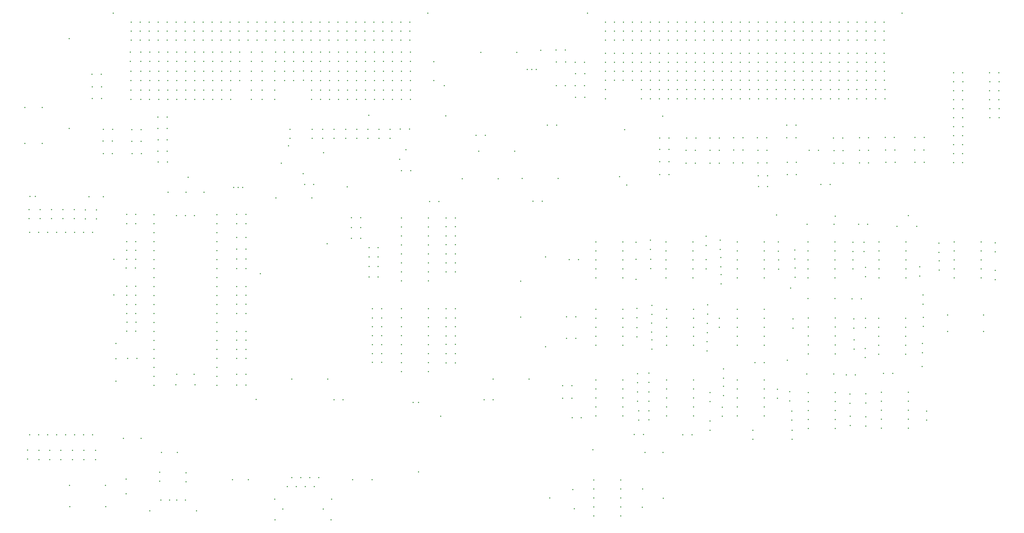
<source format=gbr>
%TF.GenerationSoftware,KiCad,Pcbnew,7.0.5*%
%TF.CreationDate,2023-08-08T11:47:50-04:00*%
%TF.ProjectId,selftest_bd,73656c66-7465-4737-945f-62642e6b6963,1.0*%
%TF.SameCoordinates,Original*%
%TF.FileFunction,Legend,Bot*%
%TF.FilePolarity,Positive*%
%FSLAX46Y46*%
G04 Gerber Fmt 4.6, Leading zero omitted, Abs format (unit mm)*
G04 Created by KiCad (PCBNEW 7.0.5) date 2023-08-08 11:47:50*
%MOMM*%
%LPD*%
G01*
G04 APERTURE LIST*
%ADD10C,0.350000*%
G04 APERTURE END LIST*
D10*
X323850000Y-110300000D03*
X168470000Y-99190000D03*
X161800000Y-89500000D03*
X162750000Y-115200000D03*
X149840000Y-92450000D03*
X195850000Y-70500000D03*
X293750000Y-127750000D03*
X183250000Y-91400000D03*
X257656893Y-174270107D03*
X237850000Y-173500000D03*
X252577600Y-174244000D03*
X151850000Y-87570000D03*
X123500000Y-96450000D03*
X292862000Y-148158200D03*
X306400000Y-107450000D03*
X289800000Y-107150000D03*
X327000000Y-107250000D03*
X329400000Y-110350000D03*
X247450000Y-98650000D03*
X245400000Y-96250000D03*
X156000000Y-95450000D03*
X135509000Y-74393135D03*
X135509000Y-71793135D03*
X289687000Y-61350000D03*
X289687000Y-63950000D03*
X261800000Y-74250000D03*
X261800000Y-71650000D03*
X173609000Y-74393135D03*
X173609000Y-71793135D03*
X168529000Y-69059135D03*
X168529000Y-66459135D03*
X320700000Y-92250000D03*
X323300000Y-92250000D03*
X103064800Y-147767000D03*
X257750500Y-187165000D03*
X139820210Y-147640210D03*
X137220210Y-147640210D03*
X264400000Y-74250000D03*
X264400000Y-71650000D03*
X178689000Y-63640000D03*
X178689000Y-61040000D03*
X284605587Y-61350000D03*
X284605587Y-63950000D03*
X246400000Y-69050000D03*
X246400000Y-66450000D03*
X163449000Y-74393135D03*
X163449000Y-71793135D03*
X196270000Y-79100000D03*
X174610000Y-116360000D03*
X177210000Y-116360000D03*
X207175000Y-159359600D03*
X209715000Y-159359600D03*
X311750000Y-142450000D03*
X311750000Y-145050000D03*
X115006600Y-85852000D03*
X117606600Y-85852000D03*
X254600000Y-135250000D03*
X254600000Y-132650000D03*
X274800000Y-158150000D03*
X274800000Y-155550000D03*
X293500000Y-159650000D03*
X293500000Y-157050000D03*
X177410000Y-85460000D03*
X177410000Y-82860000D03*
X246484422Y-61350000D03*
X246484422Y-63950000D03*
X259191477Y-61350000D03*
X259191477Y-63950000D03*
X140500000Y-181950000D03*
X120421400Y-174269400D03*
X112649000Y-69059135D03*
X112649000Y-66459135D03*
X115189000Y-69059135D03*
X115189000Y-66459135D03*
X289691405Y-66450000D03*
X289691405Y-69050000D03*
X108720210Y-127240210D03*
X106120210Y-127240210D03*
X141351000Y-63640000D03*
X141351000Y-61040000D03*
X227580000Y-63880000D03*
X230180000Y-63880000D03*
X169670000Y-113720000D03*
X172270000Y-113720000D03*
X112600000Y-74393135D03*
X112600000Y-71793135D03*
X81700000Y-108150000D03*
X81700000Y-105550000D03*
X298740000Y-157350000D03*
X298740000Y-159890000D03*
X298740000Y-162430000D03*
X298740000Y-164970000D03*
X298740000Y-167510000D03*
X306360000Y-167510000D03*
X306360000Y-164970000D03*
X306360000Y-162430000D03*
X306360000Y-159890000D03*
X306360000Y-157350000D03*
X117657400Y-92125800D03*
X115057400Y-92125800D03*
X178689000Y-69059135D03*
X178689000Y-66459135D03*
X110100000Y-69059135D03*
X110100000Y-66459135D03*
X315800000Y-85250000D03*
X313200000Y-85250000D03*
X251950500Y-184565000D03*
X256690000Y-63950000D03*
X256690000Y-61350000D03*
X250500000Y-159750000D03*
X250500000Y-157150000D03*
X238700000Y-114750000D03*
X238700000Y-117290000D03*
X238700000Y-119830000D03*
X238700000Y-122370000D03*
X238700000Y-124910000D03*
X246320000Y-124910000D03*
X246320000Y-122370000D03*
X246320000Y-119830000D03*
X246320000Y-117290000D03*
X246320000Y-114750000D03*
X106120210Y-119640210D03*
X108720210Y-119640210D03*
X287280000Y-99060000D03*
X284680000Y-99060000D03*
X176149000Y-63640000D03*
X176149000Y-61040000D03*
X130429000Y-69059135D03*
X130429000Y-66459135D03*
X351601000Y-122810000D03*
X351601000Y-125410000D03*
X94000000Y-173650000D03*
X94000000Y-176250000D03*
X266815710Y-61350000D03*
X266815710Y-63950000D03*
X196430000Y-120620000D03*
X199030000Y-120620000D03*
X174610000Y-118930000D03*
X177210000Y-118930000D03*
X290000000Y-156350000D03*
X290000000Y-158950000D03*
X310007000Y-66450000D03*
X310007000Y-69050000D03*
X279522765Y-61350000D03*
X279522765Y-63950000D03*
X139820210Y-109540210D03*
X137220210Y-109540210D03*
X295400000Y-95650000D03*
X292800000Y-95650000D03*
X196430000Y-118120000D03*
X199030000Y-118120000D03*
X317700000Y-61350000D03*
X317700000Y-63950000D03*
X106120210Y-132440210D03*
X108720210Y-132440210D03*
X298690000Y-130700000D03*
X306310000Y-130700000D03*
X150291800Y-190213400D03*
X161721800Y-190213400D03*
X151561800Y-183863400D03*
X152831800Y-181323400D03*
X154101800Y-183863400D03*
X155371800Y-181323400D03*
X156641800Y-183863400D03*
X157911800Y-181323400D03*
X159181800Y-183863400D03*
X160451800Y-181323400D03*
X147981800Y-187463400D03*
X148091800Y-193263400D03*
X163921800Y-193263400D03*
X164031800Y-187463400D03*
X282064176Y-61350000D03*
X282064176Y-63950000D03*
X186309000Y-63640000D03*
X186309000Y-61040000D03*
X315800000Y-92350000D03*
X313200000Y-92350000D03*
X320217800Y-52595335D03*
X317677800Y-52595335D03*
X315137800Y-52595335D03*
X312597800Y-52595335D03*
X310057800Y-52595335D03*
X307517800Y-52595335D03*
X304977800Y-52595335D03*
X302437800Y-52595335D03*
X299897800Y-52595335D03*
X297357800Y-52595335D03*
X294817800Y-52595335D03*
X292277800Y-52595335D03*
X289737800Y-52595335D03*
X287197800Y-52595335D03*
X284657800Y-52595335D03*
X282117800Y-52595335D03*
X279577800Y-52595335D03*
X277037800Y-52595335D03*
X274497800Y-52595335D03*
X271957800Y-52595335D03*
X269417800Y-52595335D03*
X266877800Y-52595335D03*
X264337800Y-52595335D03*
X261797800Y-52595335D03*
X259257800Y-52595335D03*
X256717800Y-52595335D03*
X254177800Y-52595335D03*
X251637800Y-52595335D03*
X249097800Y-52595335D03*
X246557800Y-52595335D03*
X244017800Y-52595335D03*
X241477800Y-52595335D03*
X320217800Y-55135335D03*
X317677800Y-55135335D03*
X315137800Y-55135335D03*
X312597800Y-55135335D03*
X310057800Y-55135335D03*
X307517800Y-55135335D03*
X304977800Y-55135335D03*
X302437800Y-55135335D03*
X299897800Y-55135335D03*
X297357800Y-55135335D03*
X294817800Y-55135335D03*
X292277800Y-55135335D03*
X289737800Y-55135335D03*
X287197800Y-55135335D03*
X284657800Y-55135335D03*
X282117800Y-55135335D03*
X279577800Y-55135335D03*
X277037800Y-55135335D03*
X274497800Y-55135335D03*
X271957800Y-55135335D03*
X269417800Y-55135335D03*
X266877800Y-55135335D03*
X264337800Y-55135335D03*
X261797800Y-55135335D03*
X259257800Y-55135335D03*
X256717800Y-55135335D03*
X254177800Y-55135335D03*
X251637800Y-55135335D03*
X249097800Y-55135335D03*
X246557800Y-55135335D03*
X244017800Y-55135335D03*
X241477800Y-55135335D03*
X320217800Y-57675335D03*
X317677800Y-57675335D03*
X315137800Y-57675335D03*
X312597800Y-57675335D03*
X310057800Y-57675335D03*
X307517800Y-57675335D03*
X304977800Y-57675335D03*
X302437800Y-57675335D03*
X299897800Y-57675335D03*
X297357800Y-57675335D03*
X294817800Y-57675335D03*
X292277800Y-57675335D03*
X289737800Y-57675335D03*
X287197800Y-57675335D03*
X284657800Y-57675335D03*
X282117800Y-57675335D03*
X279577800Y-57675335D03*
X277037800Y-57675335D03*
X274497800Y-57675335D03*
X271957800Y-57675335D03*
X269417800Y-57675335D03*
X266877800Y-57675335D03*
X264337800Y-57675335D03*
X261797800Y-57675335D03*
X259257800Y-57675335D03*
X256717800Y-57675335D03*
X254177800Y-57675335D03*
X251637800Y-57675335D03*
X249097800Y-57675335D03*
X246557800Y-57675335D03*
X244017800Y-57675335D03*
X241477800Y-57675335D03*
X325297800Y-50055335D03*
X236397800Y-50055335D03*
X254600000Y-142450000D03*
X254600000Y-145050000D03*
X287210000Y-95980000D03*
X284610000Y-95980000D03*
X251567244Y-61350000D03*
X251567244Y-63950000D03*
X135509000Y-63640000D03*
X135509000Y-61040000D03*
X305900000Y-85350000D03*
X308500000Y-85350000D03*
X233019600Y-142000800D03*
X230419600Y-142000800D03*
X302300000Y-66450000D03*
X302300000Y-69050000D03*
X165989000Y-74393135D03*
X165989000Y-71793135D03*
X127889000Y-74393135D03*
X127889000Y-71793135D03*
X174580000Y-78910000D03*
X261732888Y-61350000D03*
X261732888Y-63950000D03*
X350000000Y-74490000D03*
X352600000Y-74490000D03*
X350060000Y-69410000D03*
X352660000Y-69410000D03*
X256700000Y-69050000D03*
X256700000Y-66450000D03*
X99512600Y-89763600D03*
X102112600Y-89763600D03*
X117856000Y-100650000D03*
X223110000Y-60520000D03*
X339780000Y-89730000D03*
X342380000Y-89730000D03*
X183769000Y-74393135D03*
X183769000Y-71793135D03*
X138099800Y-63672200D03*
X138099800Y-61072200D03*
X312950000Y-109700000D03*
X315550000Y-109700000D03*
X299847000Y-66450000D03*
X299847000Y-69050000D03*
X160909000Y-74393135D03*
X160909000Y-71793135D03*
X271000000Y-157300000D03*
X271000000Y-159900000D03*
X181229000Y-74393135D03*
X181229000Y-71793135D03*
X276996930Y-66450000D03*
X276996930Y-69050000D03*
X243991295Y-66450000D03*
X243991295Y-69050000D03*
X132969000Y-69059135D03*
X132969000Y-66459135D03*
X252150400Y-169189400D03*
X249550400Y-169189400D03*
X125349000Y-74393135D03*
X125349000Y-71793135D03*
X299847000Y-61350000D03*
X299847000Y-63950000D03*
X271907000Y-66450000D03*
X271907000Y-69050000D03*
X89940000Y-183550000D03*
X100100000Y-183550000D03*
X350000000Y-71950000D03*
X352600000Y-71950000D03*
X241440000Y-63950000D03*
X241440000Y-61350000D03*
X139820210Y-106940210D03*
X137220210Y-106940210D03*
X108800000Y-137450000D03*
X106200000Y-137450000D03*
X217500000Y-125790000D03*
X217500000Y-135950000D03*
X117729000Y-74393135D03*
X117729000Y-71793135D03*
X339840000Y-82110000D03*
X342440000Y-82110000D03*
X277700000Y-88750000D03*
X280300000Y-88750000D03*
X232890000Y-63920000D03*
X235490000Y-63920000D03*
X264302455Y-66450000D03*
X264302455Y-69050000D03*
X241427000Y-71650000D03*
X241427000Y-74250000D03*
X183810000Y-94600000D03*
X186410000Y-94600000D03*
X88100000Y-108150000D03*
X88100000Y-105550000D03*
X96330000Y-67340000D03*
X98930000Y-67340000D03*
X135509000Y-69059135D03*
X135509000Y-66459135D03*
X130429000Y-63640000D03*
X130429000Y-61040000D03*
X87500000Y-176250000D03*
X87500000Y-173650000D03*
X339840000Y-69410000D03*
X342440000Y-69410000D03*
X175600000Y-138710000D03*
X178200000Y-138710000D03*
X107300000Y-69059135D03*
X107300000Y-66459135D03*
X292700000Y-85250000D03*
X295300000Y-85250000D03*
X168529000Y-63640000D03*
X168529000Y-61040000D03*
X217920000Y-96800000D03*
X228080000Y-96800000D03*
X238160500Y-182075000D03*
X238160500Y-184615000D03*
X238160500Y-187155000D03*
X238160500Y-189695000D03*
X238160500Y-192235000D03*
X245780500Y-192235000D03*
X245780500Y-189695000D03*
X245780500Y-187155000D03*
X245780500Y-184615000D03*
X245780500Y-182075000D03*
X107600000Y-86250000D03*
X110200000Y-86250000D03*
X125349000Y-63640000D03*
X125349000Y-61040000D03*
X246870000Y-82960000D03*
X186182000Y-52595335D03*
X183642000Y-52595335D03*
X181102000Y-52595335D03*
X178562000Y-52595335D03*
X176022000Y-52595335D03*
X173482000Y-52595335D03*
X170942000Y-52595335D03*
X168402000Y-52595335D03*
X165862000Y-52595335D03*
X163322000Y-52595335D03*
X160782000Y-52595335D03*
X158242000Y-52595335D03*
X155702000Y-52595335D03*
X153162000Y-52595335D03*
X150622000Y-52595335D03*
X148082000Y-52595335D03*
X145542000Y-52595335D03*
X143002000Y-52595335D03*
X140462000Y-52595335D03*
X137922000Y-52595335D03*
X135382000Y-52595335D03*
X132842000Y-52595335D03*
X130302000Y-52595335D03*
X127762000Y-52595335D03*
X125222000Y-52595335D03*
X122682000Y-52595335D03*
X120142000Y-52595335D03*
X117602000Y-52595335D03*
X115062000Y-52595335D03*
X112522000Y-52595335D03*
X109982000Y-52595335D03*
X107442000Y-52595335D03*
X186182000Y-55135335D03*
X183642000Y-55135335D03*
X181102000Y-55135335D03*
X178562000Y-55135335D03*
X176022000Y-55135335D03*
X173482000Y-55135335D03*
X170942000Y-55135335D03*
X168402000Y-55135335D03*
X165862000Y-55135335D03*
X163322000Y-55135335D03*
X160782000Y-55135335D03*
X158242000Y-55135335D03*
X155702000Y-55135335D03*
X153162000Y-55135335D03*
X150622000Y-55135335D03*
X148082000Y-55135335D03*
X145542000Y-55135335D03*
X143002000Y-55135335D03*
X140462000Y-55135335D03*
X137922000Y-55135335D03*
X135382000Y-55135335D03*
X132842000Y-55135335D03*
X130302000Y-55135335D03*
X127762000Y-55135335D03*
X125222000Y-55135335D03*
X122682000Y-55135335D03*
X120142000Y-55135335D03*
X117602000Y-55135335D03*
X115062000Y-55135335D03*
X112522000Y-55135335D03*
X109982000Y-55135335D03*
X107442000Y-55135335D03*
X186182000Y-57675335D03*
X183642000Y-57675335D03*
X181102000Y-57675335D03*
X178562000Y-57675335D03*
X176022000Y-57675335D03*
X173482000Y-57675335D03*
X170942000Y-57675335D03*
X168402000Y-57675335D03*
X165862000Y-57675335D03*
X163322000Y-57675335D03*
X160782000Y-57675335D03*
X158242000Y-57675335D03*
X155702000Y-57675335D03*
X153162000Y-57675335D03*
X150622000Y-57675335D03*
X148082000Y-57675335D03*
X145542000Y-57675335D03*
X143002000Y-57675335D03*
X140462000Y-57675335D03*
X137922000Y-57675335D03*
X135382000Y-57675335D03*
X132842000Y-57675335D03*
X130302000Y-57675335D03*
X127762000Y-57675335D03*
X125222000Y-57675335D03*
X122682000Y-57675335D03*
X120142000Y-57675335D03*
X117602000Y-57675335D03*
X115062000Y-57675335D03*
X112522000Y-57675335D03*
X109982000Y-57675335D03*
X107442000Y-57675335D03*
X191262000Y-50055335D03*
X102362000Y-50055335D03*
X103064800Y-154066200D03*
X298750000Y-136200000D03*
X298750000Y-138740000D03*
X298750000Y-141280000D03*
X298750000Y-143820000D03*
X298750000Y-146360000D03*
X306370000Y-146360000D03*
X306370000Y-143820000D03*
X306370000Y-141280000D03*
X306370000Y-138740000D03*
X306370000Y-136200000D03*
X274439943Y-61350000D03*
X274439943Y-63950000D03*
X320500000Y-85150000D03*
X323100000Y-85150000D03*
X284613615Y-66450000D03*
X284613615Y-69050000D03*
X159000000Y-98450000D03*
X156400000Y-98450000D03*
X253700000Y-154450000D03*
X253700000Y-151850000D03*
X294450000Y-136500000D03*
X294450000Y-139100000D03*
X312600000Y-66450000D03*
X312600000Y-69050000D03*
X132969000Y-74393135D03*
X132969000Y-71793135D03*
X310600000Y-166650000D03*
X310600000Y-164050000D03*
X114955800Y-79451200D03*
X117555800Y-79451200D03*
X117581200Y-89077800D03*
X114981200Y-89077800D03*
X315200000Y-66450000D03*
X315200000Y-69050000D03*
X183800000Y-107930000D03*
X183800000Y-110470000D03*
X183800000Y-113010000D03*
X183800000Y-115550000D03*
X183800000Y-118090000D03*
X183800000Y-120630000D03*
X183800000Y-123170000D03*
X183800000Y-125710000D03*
X191420000Y-125710000D03*
X191420000Y-123170000D03*
X191420000Y-120630000D03*
X191420000Y-118090000D03*
X191420000Y-115550000D03*
X191420000Y-113010000D03*
X191420000Y-110470000D03*
X191420000Y-107930000D03*
X271000000Y-165350000D03*
X271000000Y-167950000D03*
X139820210Y-134940210D03*
X137220210Y-134940210D03*
X304880000Y-61350000D03*
X304880000Y-63950000D03*
X106120210Y-106940210D03*
X108720210Y-106940210D03*
X78797401Y-101900000D03*
X80297401Y-101900000D03*
X183800000Y-133610000D03*
X183800000Y-136150000D03*
X183800000Y-138690000D03*
X183800000Y-141230000D03*
X183800000Y-143770000D03*
X183800000Y-146310000D03*
X183800000Y-148850000D03*
X183800000Y-151390000D03*
X191420000Y-151390000D03*
X191420000Y-148850000D03*
X191420000Y-146310000D03*
X191420000Y-143770000D03*
X191420000Y-141230000D03*
X191420000Y-138690000D03*
X191420000Y-136150000D03*
X191420000Y-133610000D03*
X105181400Y-170271400D03*
X110181400Y-170271400D03*
X127889000Y-69059135D03*
X127889000Y-66459135D03*
X250300000Y-136150000D03*
X250300000Y-133550000D03*
X196400000Y-138710000D03*
X199000000Y-138710000D03*
X277600000Y-92350000D03*
X280200000Y-92350000D03*
X139820210Y-145140210D03*
X137220210Y-145140210D03*
X147955000Y-69059135D03*
X147955000Y-66459135D03*
X103064800Y-143449000D03*
X295400000Y-92250000D03*
X292800000Y-92250000D03*
X314500000Y-114850000D03*
X314500000Y-117450000D03*
X270100000Y-145550000D03*
X270100000Y-142950000D03*
X317800000Y-66450000D03*
X317800000Y-69050000D03*
X287100000Y-92350000D03*
X284500000Y-92350000D03*
X311340000Y-122370000D03*
X311340000Y-119770000D03*
X139820210Y-129840210D03*
X137220210Y-129840210D03*
X310100000Y-74250000D03*
X310100000Y-71650000D03*
X319380000Y-157220000D03*
X319380000Y-159760000D03*
X319380000Y-162300000D03*
X319380000Y-164840000D03*
X319380000Y-167380000D03*
X327000000Y-167380000D03*
X327000000Y-164840000D03*
X327000000Y-162300000D03*
X327000000Y-159760000D03*
X327000000Y-157220000D03*
X279535825Y-66450000D03*
X279535825Y-69050000D03*
X183769000Y-63640000D03*
X183769000Y-61040000D03*
X297308090Y-66450000D03*
X297308090Y-69050000D03*
X77393800Y-76733400D03*
X77393800Y-86893400D03*
X196430000Y-123220000D03*
X199030000Y-123220000D03*
X107300000Y-74393135D03*
X107300000Y-71793135D03*
X286300000Y-148850000D03*
X283700000Y-148850000D03*
X294140000Y-162550000D03*
X294140000Y-165150000D03*
X207450000Y-84600000D03*
X204850000Y-84600000D03*
X139820210Y-140040210D03*
X137220210Y-140040210D03*
X107600000Y-82950000D03*
X110200000Y-82950000D03*
X89865200Y-82626200D03*
X89865200Y-57226200D03*
X266827000Y-71650000D03*
X266827000Y-74250000D03*
X310000000Y-61350000D03*
X310000000Y-63950000D03*
X176149000Y-74393135D03*
X176149000Y-71793135D03*
X196400000Y-133610000D03*
X199000000Y-133610000D03*
X254100000Y-116850000D03*
X254100000Y-114250000D03*
X78100000Y-176150000D03*
X78100000Y-173550000D03*
X141351000Y-74393135D03*
X141351000Y-71793135D03*
X233800000Y-119750000D03*
X231200000Y-119750000D03*
X114955800Y-82626200D03*
X117555800Y-82626200D03*
X127889000Y-63640000D03*
X127889000Y-61040000D03*
X175600000Y-143810000D03*
X178200000Y-143810000D03*
X175600000Y-148810000D03*
X178200000Y-148810000D03*
X287147000Y-61350000D03*
X287147000Y-63950000D03*
X264200000Y-92450000D03*
X266800000Y-92450000D03*
X102060000Y-86160000D03*
X99460000Y-86160000D03*
X196400000Y-141310000D03*
X199000000Y-141310000D03*
X94500000Y-108250000D03*
X94500000Y-105650000D03*
X115189000Y-63640000D03*
X115189000Y-61040000D03*
X192900000Y-63730000D03*
X278700000Y-114750000D03*
X278700000Y-117290000D03*
X278700000Y-119830000D03*
X278700000Y-122370000D03*
X278700000Y-124910000D03*
X286320000Y-124910000D03*
X286320000Y-122370000D03*
X286320000Y-119830000D03*
X286320000Y-117290000D03*
X286320000Y-114750000D03*
X150749000Y-69059135D03*
X150749000Y-66459135D03*
X158369000Y-69059135D03*
X158369000Y-66459135D03*
X256800000Y-85350000D03*
X259400000Y-85350000D03*
X235570000Y-73840000D03*
X232970000Y-73840000D03*
X335750000Y-122660000D03*
X335750000Y-120060000D03*
X318630000Y-136360000D03*
X318630000Y-138900000D03*
X318630000Y-141440000D03*
X318630000Y-143980000D03*
X318630000Y-146520000D03*
X326250000Y-146520000D03*
X326250000Y-143980000D03*
X326250000Y-141440000D03*
X326250000Y-138900000D03*
X326250000Y-136360000D03*
X161550000Y-85460000D03*
X161550000Y-82860000D03*
X110109000Y-63640000D03*
X110109000Y-61040000D03*
X229350000Y-155400000D03*
X231950000Y-155400000D03*
X220950000Y-103225600D03*
X223550000Y-103225600D03*
X256700000Y-74250000D03*
X256700000Y-71650000D03*
X297400000Y-71650000D03*
X297400000Y-74250000D03*
X84900000Y-108150000D03*
X84900000Y-105550000D03*
X320200000Y-61350000D03*
X320200000Y-63950000D03*
X139820210Y-119540210D03*
X137220210Y-119540210D03*
X284734000Y-71650000D03*
X284734000Y-74250000D03*
X106000000Y-185950000D03*
X317800000Y-71650000D03*
X317800000Y-74250000D03*
X96430000Y-70910000D03*
X99030000Y-70910000D03*
X298700000Y-114750000D03*
X298700000Y-117290000D03*
X298700000Y-119830000D03*
X298700000Y-122370000D03*
X298700000Y-124910000D03*
X306320000Y-124910000D03*
X306320000Y-122370000D03*
X306320000Y-119830000D03*
X306320000Y-117290000D03*
X306320000Y-114750000D03*
X139820210Y-142540210D03*
X137220210Y-142540210D03*
X318700000Y-114750000D03*
X318700000Y-117290000D03*
X318700000Y-119830000D03*
X318700000Y-122370000D03*
X318700000Y-124910000D03*
X326320000Y-124910000D03*
X326320000Y-122370000D03*
X326320000Y-119830000D03*
X326320000Y-117290000D03*
X326320000Y-114750000D03*
X290400000Y-119800000D03*
X290400000Y-122400000D03*
X170000000Y-181950000D03*
X299000000Y-88850000D03*
X301600000Y-88850000D03*
X171069000Y-74393135D03*
X171069000Y-71793135D03*
X144399000Y-69059135D03*
X144399000Y-66459135D03*
X258500000Y-114750000D03*
X258500000Y-117290000D03*
X258500000Y-119830000D03*
X258500000Y-122370000D03*
X258500000Y-124910000D03*
X266120000Y-124910000D03*
X266120000Y-122370000D03*
X266120000Y-119830000D03*
X266120000Y-117290000D03*
X266120000Y-114750000D03*
X274458035Y-66450000D03*
X274458035Y-69050000D03*
X339780000Y-79570000D03*
X342380000Y-79570000D03*
X278700000Y-133750000D03*
X278700000Y-136290000D03*
X278700000Y-138830000D03*
X278700000Y-141370000D03*
X278700000Y-143910000D03*
X286320000Y-143910000D03*
X286320000Y-141370000D03*
X286320000Y-138830000D03*
X286320000Y-136290000D03*
X286320000Y-133750000D03*
X175600000Y-146310000D03*
X178200000Y-146310000D03*
X315200000Y-61350000D03*
X315200000Y-63950000D03*
X158369000Y-74393135D03*
X158369000Y-71793135D03*
X175470000Y-181950000D03*
X230070000Y-60490000D03*
X227470000Y-60490000D03*
X322610000Y-151892000D03*
X320010000Y-151892000D03*
X216380000Y-61100000D03*
X206220000Y-61100000D03*
X227530000Y-70540000D03*
X230130000Y-70540000D03*
X188600000Y-179750000D03*
X269900000Y-119750000D03*
X269900000Y-122350000D03*
X287200000Y-71650000D03*
X287200000Y-74250000D03*
X254500000Y-140250000D03*
X254500000Y-137650000D03*
X249100000Y-69050000D03*
X249100000Y-66450000D03*
X312600000Y-61350000D03*
X312600000Y-63950000D03*
X282194000Y-71650000D03*
X282194000Y-74250000D03*
X350000000Y-66870000D03*
X352600000Y-66870000D03*
X125349000Y-69059135D03*
X125349000Y-66459135D03*
X138870000Y-99340000D03*
X137600000Y-99340000D03*
X136330000Y-99340000D03*
X139800000Y-116800000D03*
X137200000Y-116800000D03*
X339840000Y-77030000D03*
X342440000Y-77030000D03*
X122900000Y-182570000D03*
X122900000Y-179970000D03*
X302400000Y-61350000D03*
X302400000Y-63950000D03*
X171069000Y-63640000D03*
X171069000Y-61040000D03*
X153289000Y-63640000D03*
X153289000Y-61040000D03*
X250100000Y-119650000D03*
X235590000Y-67180000D03*
X232990000Y-67180000D03*
X270350000Y-132550000D03*
X270350000Y-135150000D03*
X331400000Y-88750000D03*
X328800000Y-88750000D03*
X251587000Y-71650000D03*
X251587000Y-74250000D03*
X97300000Y-173650000D03*
X97300000Y-176250000D03*
X253700000Y-157150000D03*
X253700000Y-159750000D03*
X152260000Y-85460000D03*
X152260000Y-82860000D03*
X309490000Y-152350000D03*
X312090000Y-152350000D03*
X156083000Y-69010800D03*
X156083000Y-66410800D03*
X107200000Y-63640000D03*
X107200000Y-61040000D03*
X175600000Y-136210000D03*
X178200000Y-136210000D03*
X259230000Y-74250000D03*
X259230000Y-71650000D03*
X112649000Y-63640000D03*
X112649000Y-61040000D03*
X283100000Y-167950000D03*
X283100000Y-170550000D03*
X292227000Y-61350000D03*
X292227000Y-63950000D03*
X215780000Y-89050000D03*
X205620000Y-89050000D03*
X250350000Y-141550000D03*
X250350000Y-138950000D03*
X139820210Y-152170000D03*
X137220210Y-152170000D03*
X164710000Y-85460000D03*
X164710000Y-82860000D03*
X282074720Y-66450000D03*
X282074720Y-69050000D03*
X254146875Y-66450000D03*
X254146875Y-69050000D03*
X106000000Y-122140210D03*
X108600000Y-122140210D03*
X122809000Y-69059135D03*
X122809000Y-66459135D03*
X115470000Y-182410000D03*
X115470000Y-179810000D03*
X138049000Y-69059135D03*
X138049000Y-66459135D03*
X194843400Y-164033200D03*
X209651600Y-153543000D03*
X219811600Y-153543000D03*
X221870000Y-65940000D03*
X220600000Y-65940000D03*
X219330000Y-65940000D03*
X191744600Y-103301800D03*
X194344600Y-103301800D03*
X181229000Y-63640000D03*
X181229000Y-61040000D03*
X173609000Y-69059135D03*
X173609000Y-66459135D03*
X298340000Y-152050000D03*
X305960000Y-152050000D03*
X196400000Y-136210000D03*
X199000000Y-136210000D03*
X307400000Y-74250000D03*
X307400000Y-71650000D03*
X174610000Y-124630000D03*
X177210000Y-124630000D03*
X307500000Y-66450000D03*
X307500000Y-69050000D03*
X254108655Y-61350000D03*
X254108655Y-63950000D03*
X269900000Y-113150000D03*
X269900000Y-115750000D03*
X315000000Y-166800000D03*
X315000000Y-164200000D03*
X196400000Y-143710000D03*
X199000000Y-143710000D03*
X294769195Y-66450000D03*
X294769195Y-69050000D03*
X351550000Y-117560000D03*
X351550000Y-114960000D03*
X115760000Y-187740000D03*
X118260000Y-187740000D03*
X120260000Y-187740000D03*
X122760000Y-187740000D03*
X112690000Y-190740000D03*
X125830000Y-190740000D03*
X169670000Y-110660000D03*
X172270000Y-110660000D03*
X266841350Y-66450000D03*
X266841350Y-69050000D03*
X78740000Y-112030000D03*
X81280000Y-112030000D03*
X83820000Y-112030000D03*
X86360000Y-112030000D03*
X88900000Y-112030000D03*
X91440000Y-112030000D03*
X93980000Y-112030000D03*
X96520000Y-112030000D03*
X232920000Y-70540000D03*
X235520000Y-70540000D03*
X277700000Y-85250000D03*
X280300000Y-85250000D03*
X91300000Y-108150000D03*
X91300000Y-105550000D03*
X150749000Y-63640000D03*
X150749000Y-61040000D03*
X250100000Y-125350000D03*
X120269000Y-69059135D03*
X120269000Y-66459135D03*
X331500000Y-92250000D03*
X328900000Y-92250000D03*
X180530000Y-85460000D03*
X180530000Y-82860000D03*
X120269000Y-63640000D03*
X120269000Y-61040000D03*
X289687000Y-71650000D03*
X289687000Y-74250000D03*
X264400000Y-85350000D03*
X267000000Y-85350000D03*
X232650500Y-190165000D03*
X97600000Y-108250000D03*
X97600000Y-105650000D03*
X273640000Y-136280000D03*
X273640000Y-138880000D03*
X186034200Y-82854800D03*
X183434200Y-82854800D03*
X339780000Y-92270000D03*
X342380000Y-92270000D03*
X238700000Y-133750000D03*
X238700000Y-136290000D03*
X238700000Y-138830000D03*
X238700000Y-141370000D03*
X238700000Y-143910000D03*
X246320000Y-143910000D03*
X246320000Y-141370000D03*
X246320000Y-138830000D03*
X246320000Y-136290000D03*
X246320000Y-133750000D03*
X175600000Y-141210000D03*
X178200000Y-141210000D03*
X196430000Y-113020000D03*
X199030000Y-113020000D03*
X106120210Y-139940210D03*
X108720210Y-139940210D03*
X273600000Y-92450000D03*
X271000000Y-92450000D03*
X139820210Y-132340210D03*
X137220210Y-132340210D03*
X158540000Y-85460000D03*
X158540000Y-82860000D03*
X320400000Y-71650000D03*
X320400000Y-74250000D03*
X297307000Y-61350000D03*
X297307000Y-63950000D03*
X311379000Y-117400000D03*
X311379000Y-114800000D03*
X306000000Y-88950000D03*
X308600000Y-88950000D03*
X183769000Y-69059135D03*
X183769000Y-66459135D03*
X311150000Y-130800000D03*
X313750000Y-130800000D03*
X139820210Y-155240210D03*
X137220210Y-155240210D03*
X232250500Y-184765000D03*
X271907000Y-71650000D03*
X271907000Y-74250000D03*
X299900000Y-71650000D03*
X299900000Y-74250000D03*
X163449000Y-63640000D03*
X163449000Y-61040000D03*
X175600000Y-133610000D03*
X178200000Y-133610000D03*
X269367000Y-71650000D03*
X269367000Y-74250000D03*
X196430000Y-115520000D03*
X199030000Y-115520000D03*
X95500000Y-101950000D03*
X106120210Y-117140210D03*
X108720210Y-117140210D03*
X122809000Y-74393135D03*
X122809000Y-71793135D03*
X238700000Y-153750000D03*
X238700000Y-156290000D03*
X238700000Y-158830000D03*
X238700000Y-161370000D03*
X238700000Y-163910000D03*
X246320000Y-163910000D03*
X246320000Y-161370000D03*
X246320000Y-158830000D03*
X246320000Y-156290000D03*
X246320000Y-153750000D03*
X81300000Y-176250000D03*
X81300000Y-173650000D03*
X276987000Y-71650000D03*
X276987000Y-74250000D03*
X128016000Y-100650000D03*
X187100000Y-160150000D03*
X188600000Y-160150000D03*
X122936000Y-100650000D03*
X84400000Y-176250000D03*
X84400000Y-173650000D03*
X340000000Y-114750000D03*
X340000000Y-117290000D03*
X340000000Y-119830000D03*
X340000000Y-122370000D03*
X340000000Y-124910000D03*
X347620000Y-124910000D03*
X347620000Y-122370000D03*
X347620000Y-119830000D03*
X347620000Y-117290000D03*
X347620000Y-114750000D03*
X259400000Y-95650000D03*
X256800000Y-95650000D03*
X133100000Y-63640000D03*
X133100000Y-61040000D03*
X136050000Y-181950000D03*
X200990000Y-96870000D03*
X211150000Y-96870000D03*
X339780000Y-74490000D03*
X342380000Y-74490000D03*
X302300000Y-98450000D03*
X304900000Y-98450000D03*
X251850500Y-189765000D03*
X115189000Y-74393135D03*
X115189000Y-71793135D03*
X348280000Y-135400000D03*
X338120000Y-135400000D03*
X287000000Y-85250000D03*
X284400000Y-85250000D03*
X169670000Y-107840000D03*
X172270000Y-107840000D03*
X165989000Y-69059135D03*
X165989000Y-66459135D03*
X153289000Y-69059135D03*
X153289000Y-66459135D03*
X196400000Y-148910000D03*
X199000000Y-148910000D03*
X306000000Y-92450000D03*
X308600000Y-92450000D03*
X339780000Y-87190000D03*
X342380000Y-87190000D03*
X279527000Y-71650000D03*
X279527000Y-74250000D03*
X156083000Y-63640000D03*
X156083000Y-61040000D03*
X292700000Y-81750000D03*
X295300000Y-81750000D03*
X168046664Y-85460000D03*
X168046664Y-82860000D03*
X302300000Y-71650000D03*
X302300000Y-74250000D03*
X90800000Y-176250000D03*
X90800000Y-173650000D03*
X350060000Y-77030000D03*
X352660000Y-77030000D03*
X254200000Y-122250000D03*
X254200000Y-119650000D03*
X294190000Y-167950000D03*
X294190000Y-170550000D03*
X294940000Y-116990000D03*
X294940000Y-119590000D03*
X196400000Y-146310000D03*
X199000000Y-146310000D03*
X106120210Y-134940000D03*
X108720210Y-134940000D03*
X185013600Y-88696800D03*
X110100000Y-74393135D03*
X110100000Y-71793135D03*
X274800000Y-153250000D03*
X274800000Y-150650000D03*
X107700000Y-89750000D03*
X110300000Y-89750000D03*
X330250000Y-124400000D03*
X330250000Y-121800000D03*
X160909000Y-69059135D03*
X160909000Y-66459135D03*
X231950000Y-158900000D03*
X229350000Y-158900000D03*
X115951000Y-174269400D03*
X99500000Y-101950000D03*
X258700000Y-133750000D03*
X258700000Y-136290000D03*
X258700000Y-138830000D03*
X258700000Y-141370000D03*
X258700000Y-143910000D03*
X266320000Y-143910000D03*
X266320000Y-141370000D03*
X266320000Y-138830000D03*
X266320000Y-136290000D03*
X266320000Y-133750000D03*
X264274299Y-61350000D03*
X264274299Y-63950000D03*
X168529000Y-74393135D03*
X168529000Y-71793135D03*
X106000000Y-181750000D03*
X233019600Y-135940800D03*
X230419600Y-135940800D03*
X294900000Y-74250000D03*
X294900000Y-71650000D03*
X148340000Y-102300000D03*
X158500000Y-102300000D03*
X106120210Y-114640210D03*
X108720210Y-114640210D03*
X117729000Y-63640000D03*
X117729000Y-61040000D03*
X186309000Y-74393135D03*
X186309000Y-71793135D03*
X165989000Y-63640000D03*
X165989000Y-61040000D03*
X254127000Y-71650000D03*
X254127000Y-74250000D03*
X227600000Y-81750000D03*
X225000000Y-81750000D03*
X158369000Y-63640000D03*
X158369000Y-61040000D03*
X82245200Y-76733400D03*
X82245200Y-86893400D03*
X259224665Y-66450000D03*
X259224665Y-69050000D03*
X171190000Y-85460000D03*
X171190000Y-82860000D03*
X250100000Y-114850000D03*
X315050000Y-160250000D03*
X315050000Y-157650000D03*
X102539800Y-119623800D03*
X196430000Y-107920000D03*
X199030000Y-107920000D03*
X147955000Y-74393135D03*
X147955000Y-71793135D03*
X311650000Y-139100000D03*
X311650000Y-136500000D03*
X274500000Y-74250000D03*
X274500000Y-71650000D03*
X117729000Y-69059135D03*
X117729000Y-66459135D03*
X176149000Y-69059135D03*
X176149000Y-66459135D03*
X130429000Y-74393135D03*
X130429000Y-71793135D03*
X273600000Y-88850000D03*
X271000000Y-88850000D03*
X102539800Y-129733000D03*
X250860500Y-165075000D03*
X250860500Y-162475000D03*
X310540000Y-160350000D03*
X310540000Y-157750000D03*
X315200000Y-71650000D03*
X315200000Y-74250000D03*
X350060000Y-79570000D03*
X352660000Y-79570000D03*
X258700000Y-153750000D03*
X258700000Y-156290000D03*
X258700000Y-158830000D03*
X258700000Y-161370000D03*
X258700000Y-163910000D03*
X266320000Y-163910000D03*
X266320000Y-161370000D03*
X266320000Y-158830000D03*
X266320000Y-156290000D03*
X266320000Y-153750000D03*
X192900000Y-69070000D03*
X331030000Y-143460000D03*
X331030000Y-146060000D03*
X142722600Y-159232600D03*
X263300000Y-169250000D03*
X265900000Y-169250000D03*
X330962000Y-149987000D03*
X139820210Y-122240210D03*
X137220210Y-122240210D03*
X269380245Y-66450000D03*
X269380245Y-69050000D03*
X186309000Y-69059135D03*
X186309000Y-66459135D03*
X173609000Y-63640000D03*
X173609000Y-61040000D03*
X274100000Y-126550000D03*
X274100000Y-123950000D03*
X144399000Y-74393135D03*
X144399000Y-71793135D03*
X298440000Y-109750000D03*
X306060000Y-109750000D03*
X320300000Y-66450000D03*
X320300000Y-69050000D03*
X292230300Y-66450000D03*
X292230300Y-69050000D03*
X290300000Y-114750000D03*
X290300000Y-117350000D03*
X331300000Y-138650000D03*
X331300000Y-136050000D03*
X139820210Y-127340210D03*
X137220210Y-127340210D03*
X339780000Y-66870000D03*
X342380000Y-66870000D03*
X257650000Y-79140000D03*
X305000000Y-71650000D03*
X305000000Y-74250000D03*
X314930000Y-138950000D03*
X314930000Y-136350000D03*
X144399000Y-63640000D03*
X144399000Y-61040000D03*
X139820210Y-113450000D03*
X137220210Y-113450000D03*
X109020210Y-147640210D03*
X106420210Y-147640210D03*
X163449000Y-69059135D03*
X163449000Y-66459135D03*
X274500000Y-161450000D03*
X274500000Y-164050000D03*
X141351000Y-69059135D03*
X141351000Y-66459135D03*
X287100000Y-88850000D03*
X284500000Y-88850000D03*
X348330000Y-140050000D03*
X338170000Y-140050000D03*
X225700000Y-187150000D03*
X243970000Y-63950000D03*
X243970000Y-61350000D03*
X106120210Y-109540210D03*
X108720210Y-109540210D03*
X332200000Y-165150000D03*
X332200000Y-162550000D03*
X339780000Y-71950000D03*
X342380000Y-71950000D03*
X315800000Y-88850000D03*
X313200000Y-88850000D03*
X307488166Y-61350000D03*
X307488166Y-63950000D03*
X249025833Y-61350000D03*
X249025833Y-63950000D03*
X273900000Y-114250000D03*
X273900000Y-116850000D03*
X314850000Y-144850000D03*
X314850000Y-147450000D03*
X264200000Y-88850000D03*
X266800000Y-88850000D03*
X120269000Y-74393135D03*
X120269000Y-71793135D03*
X331200000Y-129750000D03*
X331200000Y-132350000D03*
X102130000Y-82880000D03*
X99530000Y-82880000D03*
X96430000Y-74160000D03*
X99030000Y-74160000D03*
X174300000Y-85460000D03*
X174300000Y-82860000D03*
X287152510Y-66450000D03*
X287152510Y-69050000D03*
X256800000Y-88550000D03*
X259400000Y-88550000D03*
X271898532Y-61350000D03*
X271898532Y-63950000D03*
X174610000Y-121710000D03*
X177210000Y-121710000D03*
X196430000Y-110420000D03*
X199030000Y-110420000D03*
X125470000Y-155160000D03*
X125170000Y-152130000D03*
X120320000Y-152130000D03*
X120020000Y-155160000D03*
X131635000Y-155290000D03*
X131635000Y-152750000D03*
X131635000Y-150210000D03*
X131635000Y-147670000D03*
X131635000Y-145130000D03*
X131635000Y-142590000D03*
X131635000Y-140050000D03*
X131635000Y-137510000D03*
X131635000Y-134970000D03*
X131635000Y-132430000D03*
X131635000Y-129890000D03*
X131635000Y-127350000D03*
X131635000Y-124810000D03*
X131635000Y-122270000D03*
X131635000Y-119730000D03*
X131635000Y-117190000D03*
X131635000Y-114650000D03*
X131635000Y-112110000D03*
X131635000Y-109570000D03*
X131635000Y-107030000D03*
X113855000Y-107030000D03*
X113855000Y-109570000D03*
X113855000Y-112110000D03*
X113855000Y-114650000D03*
X113855000Y-117190000D03*
X113855000Y-119730000D03*
X113855000Y-122270000D03*
X113855000Y-124810000D03*
X113855000Y-127350000D03*
X113855000Y-129890000D03*
X113855000Y-132430000D03*
X113855000Y-134970000D03*
X113855000Y-137510000D03*
X113855000Y-140050000D03*
X113855000Y-142590000D03*
X113855000Y-145130000D03*
X113855000Y-147670000D03*
X113855000Y-150210000D03*
X113855000Y-152750000D03*
X113855000Y-155290000D03*
X125285000Y-107260000D03*
X122745000Y-107260000D03*
X120205000Y-107260000D03*
X320600000Y-88750000D03*
X323200000Y-88750000D03*
X160909000Y-63640000D03*
X160909000Y-61040000D03*
X314900000Y-124550000D03*
X314900000Y-121950000D03*
X259400000Y-92050000D03*
X256800000Y-92050000D03*
X232000000Y-164450000D03*
X234600000Y-164450000D03*
X181229000Y-69059135D03*
X181229000Y-66459135D03*
X335700000Y-117660000D03*
X335700000Y-115060000D03*
X122809000Y-63640000D03*
X122809000Y-61040000D03*
X273600000Y-85350000D03*
X271000000Y-85350000D03*
X278700000Y-153750000D03*
X278700000Y-156290000D03*
X278700000Y-158830000D03*
X278700000Y-161370000D03*
X278700000Y-163910000D03*
X286320000Y-163910000D03*
X286320000Y-161370000D03*
X286320000Y-158830000D03*
X286320000Y-156290000D03*
X286320000Y-153750000D03*
X253700000Y-162450000D03*
X253700000Y-165050000D03*
X224500000Y-118950000D03*
X224500000Y-144350000D03*
X294767000Y-61350000D03*
X294767000Y-63950000D03*
X276981354Y-61350000D03*
X276981354Y-63950000D03*
X250500000Y-151950000D03*
X250500000Y-154550000D03*
X274000000Y-121750000D03*
X274000000Y-119150000D03*
X269357121Y-61350000D03*
X269357121Y-63950000D03*
X295000000Y-122110000D03*
X295000000Y-124710000D03*
X148209000Y-63640000D03*
X148209000Y-61040000D03*
X331500000Y-85150000D03*
X328900000Y-85150000D03*
X261763560Y-66450000D03*
X261763560Y-69050000D03*
X251607980Y-66450000D03*
X251607980Y-69050000D03*
X164744400Y-159359600D03*
X167284400Y-159359600D03*
X162991800Y-153543000D03*
X152831800Y-153543000D03*
X143900000Y-123700000D03*
X241452400Y-66450000D03*
X241452400Y-69050000D03*
X78500000Y-108150000D03*
X78500000Y-105550000D03*
X339780000Y-84650000D03*
X342380000Y-84650000D03*
X312500000Y-71650000D03*
X312500000Y-74250000D03*
X304900000Y-66450000D03*
X304900000Y-69050000D03*
X270250000Y-137750000D03*
X270250000Y-140350000D03*
X292300000Y-74250000D03*
X292300000Y-71650000D03*
X178689000Y-74393135D03*
X178689000Y-71793135D03*
X90020000Y-189550000D03*
X100180000Y-189550000D03*
X78740000Y-169230000D03*
X81280000Y-169230000D03*
X83820000Y-169230000D03*
X86360000Y-169230000D03*
X88900000Y-169230000D03*
X91440000Y-169230000D03*
X93980000Y-169230000D03*
X96520000Y-169230000D03*
X108720210Y-129840210D03*
X106120210Y-129840210D03*
X171069000Y-69059135D03*
X171069000Y-66459135D03*
M02*

</source>
